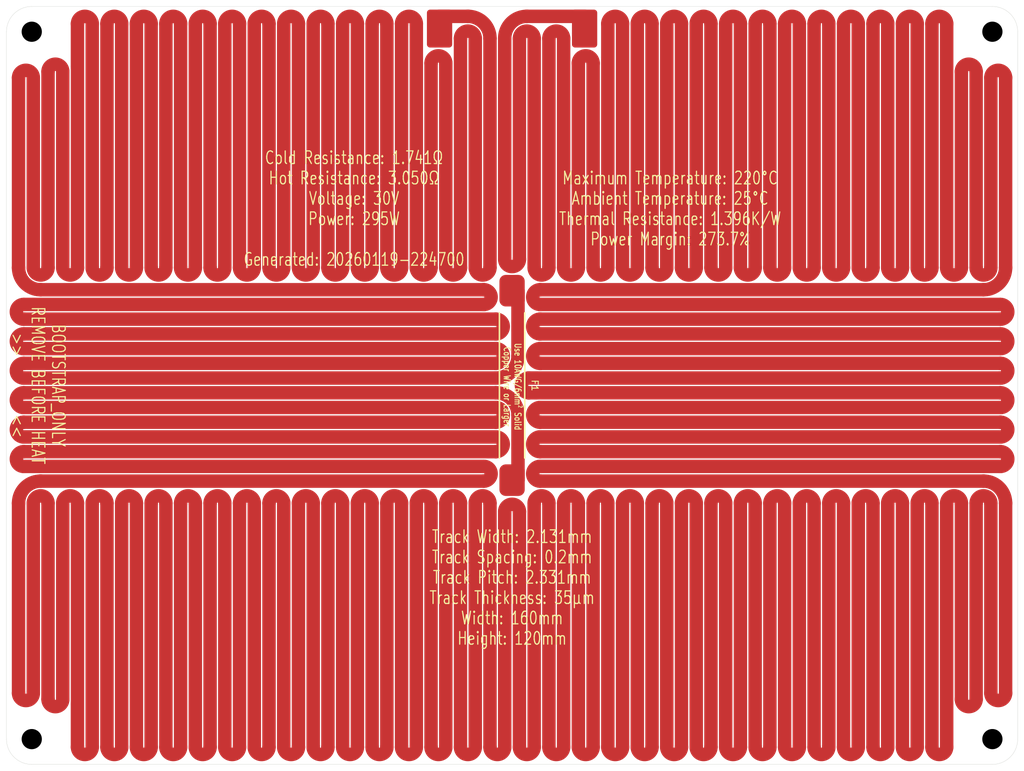
<source format=kicad_pcb>
(kicad_pcb (version 20241229) (generator "pcbnew") (generator_version "9.0")
  (layers (0 "F.Cu" signal) (2 "B.Cu" signal) (13 "F.Paste" user) (15 "B.Paste" user) (5 "F.SilkS" user "F.Silkscreen") (7 "B.SilkS" user "B.Silkscreen") (1 "F.Mask" user) (3 "B.Mask" user) (25 "Edge.Cuts" user))
  (net 0 "")
  (net 1 "Net-(J2-Pin_1)")
  (net 2 "Net-(J1-Pin_1)")
  (footprint "blg:MountingHole_3.2mm_M3_NoPad_TopLarge" (layer "F.Cu") (at 181 49)
    (property "Reference" "REF**" (hide yes))
    (property "Value" "MountingHole_3.2mm_M3_NoPad_TopLarge" (hide yes))
    (pad "" np_thru_hole circle (at 0 0) (size 7.6 7.6) (drill 3.2) (layers))
  )
  (footprint "blg:SMD_PowerConnection_4x6mm" (layer "F.Cu") (at 116.473999 48.5 -90)
    (property "Reference" "J2" (hide yes))
    (property "Value" "Hotplate_Power_Connection" (hide yes))
    (pad "1" smd roundrect (at 0 0 270) (size 6 4) (layers "F.Cu" "F.Mask" "F.Paste") (roundrect_rratio 0.125) (net 1 "Net-(J2-Pin_1)"))
  )
  (footprint "blg:MountingHole_3.2mm_M3_NoPad_TopLarge" (layer "F.Cu") (at 29 161)
    (property "Reference" "REF**" (hide yes))
    (property "Value" "MountingHole_3.2mm_M3_NoPad_TopLarge" (hide yes))
    (pad "" np_thru_hole circle (at 0 0) (size 7.6 7.6) (drill 3.2) (layers))
  )
  (footprint "blg:MountingHole_3.2mm_M3_NoPad_TopLarge" (layer "F.Cu") (at 181 161)
    (property "Reference" "REF**" (hide yes))
    (property "Value" "MountingHole_3.2mm_M3_NoPad_TopLarge" (hide yes))
    (pad "" np_thru_hole circle (at 0 0) (size 7.6 7.6) (drill 3.2) (layers))
  )
  (footprint "blg:SMD_PowerConnection_4x6mm" (layer "F.Cu") (at 93.526 48.5 -90)
    (property "Reference" "J1" (hide yes))
    (property "Value" "Hotplate_Power_Connection" (hide yes))
    (pad "1" smd roundrect (at 0 0 270) (size 6 4) (layers "F.Cu" "F.Mask" "F.Paste") (roundrect_rratio 0.125) (net 2 "Net-(J1-Pin_1)"))
  )
  (footprint "blg:Thermal Fuse, SN100C, Front, 35mm" (layer "F.Cu") (at 105 105 -90)
    (property "Reference" "F1" (at 0 -3.6 270) (layer "F.SilkS"))
    (property "Value" "~")
    (fp_line (start -11.5 2) (end 11.5 2) (stroke (width 0.25)) (layer "F.SilkS"))
    (fp_line (start -11.5 -2) (end 11.5 -2) (stroke (width 0.25)) (layer "F.SilkS"))
    (fp_text user "Use 10AWG/6mm  Solid" (at 0.2 -0.9 270) (layer "F.SilkS") (effects (font (size 1 0.75))))
    (fp_text user "2" (at 3.35 -1.3 270) (layer "F.SilkS") (effects (font (size 0.6 0.4) (thickness 0.1))))
    (fp_text user "Copper Wire or Larger" (at 0.2 0.8 270) (layer "F.SilkS") (effects (font (size 1 0.75))))
    (pad "1" smd roundrect (at -15 0 270) (size 5 4) (layers "F.Cu" "F.Mask") (net 2 "Net-(J1-Pin_1)"))
    (pad "2" smd roundrect (at 15 0 270) (size 5 4) (layers "F.Cu" "F.Mask") (net 1 "Net-(J2-Pin_1)"))
  )
  (footprint "blg:MountingHole_3.2mm_M3_NoPad_TopLarge" (layer "F.Cu") (at 29 49)
    (property "Reference" "REF**" (hide yes))
    (property "Value" "MountingHole_3.2mm_M3_NoPad_TopLarge" (hide yes))
    (pad "" np_thru_hole circle (at 0 0) (size 7.6 7.6) (drill 3.2) (layers))
  )
  (gr_arc (start 25 49) (mid 26.171573 46.171573) (end 29 45) (stroke (width 0.05)) (layer "Edge.Cuts"))
  (gr_line (start 185 49) (end 185 161) (stroke (width 0.05)) (layer "Edge.Cuts"))
  (gr_arc (start 29 165) (mid 26.171573 163.828427) (end 25 161) (stroke (width 0.05)) (layer "Edge.Cuts"))
  (gr_line (start 29 165) (end 181 165) (stroke (width 0.05)) (layer "Edge.Cuts"))
  (gr_line (start 25 49) (end 25 161) (stroke (width 0.05)) (layer "Edge.Cuts"))
  (gr_arc (start 185 161) (mid 183.828427 163.828427) (end 181 165) (stroke (width 0.05)) (layer "Edge.Cuts"))
  (gr_arc (start 181 45) (mid 183.828427 46.171573) (end 185 49) (stroke (width 0.05)) (layer "Edge.Cuts"))
  (gr_line (start 29 45) (end 181 45) (stroke (width 0.05)) (layer "Edge.Cuts"))
  (gr_text "Track Width: 2.131mm\nTrack Spacing: 0.2mm\nTrack Pitch: 2.331mm\nTrack Thickness: 35µm\nWidth: 160mm\nHeight: 120mm" (at 105 137 0) (layer "F.SilkS") (effects (font (size 2 1.5) (thickness 0.1875))))
  (gr_text "Maximum Temperature: 220°C\nAmbient Temperature: 25°C\nThermal Resistance: 1.396K/W\nPower Margin: 273.7%" (at 130 77 0) (layer "F.SilkS") (effects (font (size 2 1.5) (thickness 0.1875))))
  (gr_text "BOOTSTRAP_ONLY\nREMOVE BEFORE HEAT\n>>        <<" (at 25.6 105 270) (layer "F.SilkS") (effects (font (size 2 1.5) (thickness 0.1875)) (justify bottom)))
  (gr_text "Cold Resistance: 1.741Ω\nHot Resistance: 3.050Ω\nVoltage: 30V\nPower: 295W\n\nGenerated: 20260119-224700" (at 80 77 0) (layer "F.SilkS") (effects (font (size 2 1.5) (thickness 0.1875))))
  (segment (start 71.2005 123.648) (end 71.2005 162.269) (width 2.131) (layer "F.Cu") (net 1))
  (segment (start 107.650274 106.1655) (end 182.268999 106.1655) (width 2.131) (layer "F.Cu") (net 1))
  (segment (start 169.1025 47.730999) (end 169.1025 86.352) (width 2.131) (layer "F.Cu") (net 1))
  (segment (start 129.475499 86.352) (end 129.475499 47.730999) (width 2.131) (layer "F.Cu") (net 1))
  (segment (start 120.1515 86.352) (end 120.1515 47.730999) (width 2.131) (layer "F.Cu") (net 1))
  (segment (start 180.7575 153.727336) (end 180.7575 123.648) (width 2.131) (layer "F.Cu") (net 1))
  (segment (start 106.1655 85.018999) (end 106.1655 50.062) (width 2.131) (layer "F.Cu") (net 1))
  (segment (start 131.8065 123.648) (end 131.8065 162.269) (width 2.131) (layer "F.Cu") (net 1))
  (segment (start 182.268999 99.1725) (end 109.431 99.1725) (width 2.131) (layer "F.Cu") (net 1))
  (segment (start 109.431 110.8275) (end 182.268999 110.8275) (width 2.131) (layer "F.Cu") (net 1))
  (segment (start 99.1725 123.648) (end 99.1725 162.269) (width 2.131) (layer "F.Cu") (net 1))
  (segment (start 162.1095 86.352) (end 162.1095 47.730999) (width 2.131) (layer "F.Cu") (net 1))
  (segment (start 92.1795 162.269) (end 92.1795 123.648) (width 2.131) (layer "F.Cu") (net 1))
  (segment (start 152.785499 86.352) (end 152.785499 47.730999) (width 2.131) (layer "F.Cu") (net 1))
  (segment (start 169.1025 123.648) (end 169.1025 162.269) (width 2.131) (layer "F.Cu") (net 1))
  (segment (start 141.130499 123.648) (end 141.130499 162.269) (width 2.131) (layer "F.Cu") (net 1))
  (segment (start 47.890499 123.648) (end 47.890499 162.269) (width 2.131) (layer "F.Cu") (net 1))
  (segment (start 29.242499 123.648) (end 29.242499 153.727336) (width 2.131) (layer "F.Cu") (net 1))
  (segment (start 182.268999 117.8205) (end 109.431 117.8205) (width 2.131) (layer "F.Cu") (net 1))
  (segment (start 117.8205 53.980999) (end 117.8205 86.352) (width 2.131) (layer "F.Cu") (net 1))
  (segment (start 127.1445 123.648) (end 127.1445 162.269) (width 2.131) (layer "F.Cu") (net 1))
  (segment (start 138.7995 86.352) (end 138.7995 47.730999) (width 2.131) (layer "F.Cu") (net 1))
  (segment (start 178.426499 123.648) (end 178.426499 154.694174) (width 2.131) (layer "F.Cu") (net 1))
  (segment (start 178.426499 55.305825) (end 178.426499 86.352) (width 2.131) (layer "F.Cu") (net 1))
  (segment (start 182.268999 108.4965) (end 109.431 108.4965) (width 2.131) (layer "F.Cu") (net 1))
  (segment (start 101.5035 162.269) (end 101.5035 123.648) (width 2.131) (layer "F.Cu") (net 1))
  (segment (start 117.8205 123.648) (end 117.8205 162.269) (width 2.131) (layer "F.Cu") (net 1))
  (segment (start 61.876499 123.648) (end 61.876499 162.269) (width 2.131) (layer "F.Cu") (net 1))
  (segment (start 164.4405 123.648) (end 164.4405 162.269) (width 2.131) (layer "F.Cu") (net 1))
  (segment (start 171.433499 86.352) (end 171.433499 47.730999) (width 2.131) (layer "F.Cu") (net 1))
  (segment (start 103.834499 124.981) (end 103.834499 162.269) (width 2.131) (layer "F.Cu") (net 1))
  (segment (start 43.2285 123.648) (end 43.2285 162.269) (width 2.131) (layer "F.Cu") (net 1))
  (segment (start 129.475499 162.269) (end 129.475499 123.648) (width 2.131) (layer "F.Cu") (net 1))
  (segment (start 157.4475 162.269) (end 157.4475 123.648) (width 2.131) (layer "F.Cu") (net 1))
  (segment (start 182.268999 113.158499) (end 109.431 113.158499) (width 2.131) (layer "F.Cu") (net 1))
  (segment (start 138.7995 162.269) (end 138.7995 123.648) (width 2.131) (layer "F.Cu") (net 1))
  (segment (start 127.1445 47.730999) (end 127.1445 86.352) (width 2.131) (layer "F.Cu") (net 1))
  (segment (start 103.834499 50.062) (end 103.834499 85.018999) (width 2.131) (layer "F.Cu") (net 1))
  (segment (start 78.1935 162.269) (end 78.1935 123.648) (width 2.131) (layer "F.Cu") (net 1))
  (segment (start 134.137499 86.352) (end 134.137499 47.730999) (width 2.131) (layer "F.Cu") (net 1))
  (segment (start 150.4545 47.730999) (end 150.4545 86.352) (width 2.131) (layer "F.Cu") (net 1))
  (segment (start 166.7715 162.269) (end 166.7715 123.648) (width 2.131) (layer "F.Cu") (net 1))
  (segment (start 89.8485 123.648) (end 89.8485 162.269) (width 2.131) (layer "F.Cu") (net 1))
  (segment (start 157.4475 86.352) (end 157.4475 47.730999) (width 2.131) (layer "F.Cu") (net 1))
  (segment (start 116.473999 46.565499) (end 107.330999 46.565499) (width 2.131) (layer "F.Cu") (net 1))
  (segment (start 102.438 108.4965) (end 27.730999 108.4965) (width 2.131) (layer "F.Cu") (net 1))
  (segment (start 27.730999 110.8275) (end 102.438 110.8275) (width 2.131) (layer "F.Cu") (net 1))
  (segment (start 148.123499 162.269) (end 148.123499 123.648) (width 2.131) (layer "F.Cu") (net 1))
  (segment (start 109.431 96.8415) (end 182.268999 96.8415) (width 2.131) (layer "F.Cu") (net 1))
  (segment (start 110.8275 162.269) (end 110.8275 123.648) (width 2.131) (layer "F.Cu") (net 1))
  (segment (start 183.088499 123.648) (end 183.088499 153.727336) (width 2.131) (layer "F.Cu") (net 1))
  (segment (start 159.778499 47.730999) (end 159.778499 86.352) (width 2.131) (layer "F.Cu") (net 1))
  (segment (start 54.8835 162.269) (end 54.8835 123.648) (width 2.131) (layer "F.Cu") (net 1))
  (segment (start 26.911499 153.727336) (end 26.911499 123.648) (width 2.131) (layer "F.Cu") (net 1))
  (segment (start 164.4405 47.730999) (end 164.4405 86.352) (width 2.131) (layer "F.Cu") (net 1))
  (segment (start 155.1165 47.730999) (end 155.1165 86.352) (width 2.131) (layer "F.Cu") (net 1))
  (segment (start 94.5105 123.648) (end 94.5105 162.269) (width 2.131) (layer "F.Cu") (net 1))
  (segment (start 122.482499 47.730999) (end 122.482499 86.352) (width 2.131) (layer "F.Cu") (net 1))
  (segment (start 115.489499 162.269) (end 115.489499 123.648) (width 2.131) (layer "F.Cu") (net 1))
  (segment (start 33.9045 123.648) (end 33.9045 154.694174) (width 2.131) (layer "F.Cu") (net 1))
  (segment (start 30.407999 120.1515) (end 100.518999 120.1515) (width 2.131) (layer "F.Cu") (net 1))
  (segment (start 64.207499 162.269) (end 64.207499 123.648) (width 2.131) (layer "F.Cu") (net 1))
  (segment (start 87.5175 162.269) (end 87.5175 123.648) (width 2.131) (layer "F.Cu") (net 1))
  (segment (start 141.130499 47.730999) (end 141.130499 86.352) (width 2.131) (layer "F.Cu") (net 1))
  (segment (start 96.8415 162.269) (end 96.8415 123.648) (width 2.131) (layer "F.Cu") (net 1))
  (segment (start 82.855499 162.269) (end 82.855499 123.648) (width 2.131) (layer "F.Cu") (net 1))
  (segment (start 176.0955 154.694174) (end 176.0955 123.648) (width 2.131) (layer "F.Cu") (net 1))
  (segment (start 176.0955 86.352) (end 176.0955 55.305825) (width 2.131) (layer "F.Cu") (net 1))
  (segment (start 27.730999 115.489499) (end 102.438 115.489499) (width 2.131) (layer "F.Cu") (net 1))
  (segment (start 134.137499 162.269) (end 134.137499 123.648) (width 2.131) (layer "F.Cu") (net 1))
  (segment (start 131.8065 47.730999) (end 131.8065 86.352) (width 2.131) (layer "F.Cu") (net 1))
  (segment (start 145.7925 123.648) (end 145.7925 162.269) (width 2.131) (layer "F.Cu") (net 1))
  (segment (start 173.7645 47.730999) (end 173.7645 86.352) (width 2.131) (layer "F.Cu") (net 1))
  (segment (start 115.489499 86.352) (end 115.489499 53.980999) (width 2.131) (layer "F.Cu") (net 1))
  (segment (start 102.438 113.158499) (end 27.730999 113.158499) (width 2.131) (layer "F.Cu") (net 1))
  (segment (start 105.9345 120) (end 105.9345 109.661999) (width 2.131) (layer "F.Cu") (net 1))
  (segment (start 59.5455 162.269) (end 59.5455 123.648) (width 2.131) (layer "F.Cu") (net 1))
  (segment (start 159.778499 123.648) (end 159.778499 162.269) (width 2.131) (layer "F.Cu") (net 1))
  (segment (start 75.8625 123.648) (end 75.8625 162.269) (width 2.131) (layer "F.Cu") (net 1))
  (segment (start 27.730999 106.1655) (end 102.438 106.1655) (width 2.131) (layer "F.Cu") (net 1))
  (segment (start 113.158499 123.648) (end 113.158499 162.269) (width 2.131) (layer "F.Cu") (net 1))
  (segment (start 45.559499 162.269) (end 45.559499 123.648) (width 2.131) (layer "F.Cu") (net 1))
  (segment (start 85.1865 123.648) (end 85.1865 162.269) (width 2.131) (layer "F.Cu") (net 1))
  (segment (start 122.482499 123.648) (end 122.482499 162.269) (width 2.131) (layer "F.Cu") (net 1))
  (segment (start 183.088499 56.272663) (end 183.088499 86.352) (width 2.131) (layer "F.Cu") (net 1))
  (segment (start 148.123499 86.352) (end 148.123499 47.730999) (width 2.131) (layer "F.Cu") (net 1))
  (segment (start 162.1095 162.269) (end 162.1095 123.648) (width 2.131) (layer "F.Cu") (net 1))
  (segment (start 109.431 115.489499) (end 182.268999 115.489499) (width 2.131) (layer "F.Cu") (net 1))
  (segment (start 40.897499 162.269) (end 40.897499 123.648) (width 2.131) (layer "F.Cu") (net 1))
  (segment (start 109.431 120.1515) (end 179.592 120.1515) (width 2.131) (layer "F.Cu") (net 1))
  (segment (start 136.4685 123.648) (end 136.4685 162.269) (width 2.131) (layer "F.Cu") (net 1))
  (segment (start 80.5245 123.648) (end 80.5245 162.269) (width 2.131) (layer "F.Cu") (net 1))
  (segment (start 108.4965 123.648) (end 108.4965 162.269) (width 2.131) (layer "F.Cu") (net 1))
  (segment (start 109.431 101.5035) (end 182.268999 101.5035) (width 2.131) (layer "F.Cu") (net 1))
  (segment (start 171.433499 162.269) (end 171.433499 123.648) (width 2.131) (layer "F.Cu") (net 1))
  (segment (start 173.7645 123.648) (end 173.7645 162.269) (width 2.131) (layer "F.Cu") (net 1))
  (segment (start 120.1515 162.269) (end 120.1515 123.648) (width 2.131) (layer "F.Cu") (net 1))
  (segment (start 73.5315 162.269) (end 73.5315 123.648) (width 2.131) (layer "F.Cu") (net 1))
  (segment (start 31.573499 154.694174) (end 31.573499 123.648) (width 2.131) (layer "F.Cu") (net 1))
  (segment (start 152.785499 162.269) (end 152.785499 123.648) (width 2.131) (layer "F.Cu") (net 1))
  (segment (start 110.8275 86.352) (end 110.8275 50.062) (width 2.131) (layer "F.Cu") (net 1))
  (segment (start 124.813499 162.269) (end 124.813499 123.648) (width 2.131) (layer "F.Cu") (net 1))
  (segment (start 52.552499 123.648) (end 52.552499 162.269) (width 2.131) (layer "F.Cu") (net 1))
  (segment (start 182.268999 94.5105) (end 109.431 94.5105) (width 2.131) (layer "F.Cu") (net 1))
  (segment (start 36.235499 162.269) (end 36.235499 123.648) (width 2.131) (layer "F.Cu") (net 1))
  (segment (start 182.268999 103.834499) (end 107.650274 103.834499) (width 2.131) (layer "F.Cu") (net 1))
  (segment (start 50.221499 162.269) (end 50.221499 123.648) (width 2.131) (layer "F.Cu") (net 1))
  (segment (start 155.1165 123.648) (end 155.1165 162.269) (width 2.131) (layer "F.Cu") (net 1))
  (segment (start 100.518999 117.8205) (end 27.730999 117.8205) (width 2.131) (layer "F.Cu") (net 1))
  (segment (start 136.4685 47.730999) (end 136.4685 86.352) (width 2.131) (layer "F.Cu") (net 1))
  (segment (start 145.7925 47.730999) (end 145.7925 86.352) (width 2.131) (layer "F.Cu") (net 1))
  (segment (start 113.158499 50.062) (end 113.158499 86.352) (width 2.131) (layer "F.Cu") (net 1))
  (segment (start 150.4545 123.648) (end 150.4545 162.269) (width 2.131) (layer "F.Cu") (net 1))
  (segment (start 143.4615 86.352) (end 143.4615 47.730999) (width 2.131) (layer "F.Cu") (net 1))
  (segment (start 166.7715 86.352) (end 166.7715 47.730999) (width 2.131) (layer "F.Cu") (net 1))
  (segment (start 179.592 89.8485) (end 109.431 89.8485) (width 2.131) (layer "F.Cu") (net 1))
  (segment (start 38.5665 123.648) (end 38.5665 162.269) (width 2.131) (layer "F.Cu") (net 1))
  (segment (start 66.5385 123.648) (end 66.5385 162.269) (width 2.131) (layer "F.Cu") (net 1))
  (segment (start 143.4615 162.269) (end 143.4615 123.648) (width 2.131) (layer "F.Cu") (net 1))
  (segment (start 180.7575 86.352) (end 180.7575 56.272663) (width 2.131) (layer "F.Cu") (net 1))
  (segment (start 68.8695 162.269) (end 68.8695 123.648) (width 2.131) (layer "F.Cu") (net 1))
  (segment (start 57.214499 123.648) (end 57.214499 162.269) (width 2.131) (layer "F.Cu") (net 1))
  (segment (start 109.431 92.1795) (end 182.268999 92.1795) (width 2.131) (layer "F.Cu") (net 1))
  (segment (start 124.813499 86.352) (end 124.813499 47.730999) (width 2.131) (layer "F.Cu") (net 1))
  (segment (start 106.1655 162.269) (end 106.1655 124.981) (width 2.131) (layer "F.Cu") (net 1))
  (segment (start 108.4965 50.062) (end 108.4965 86.352) (width 2.131) (layer "F.Cu") (net 1))
  (arc (start 131.8065 162.269) (mid 130.641 163.4345) (end 129.475499 162.269) (width 2.131) (layer "F.Cu") (net 1))
  (arc (start 50.221499 123.648) (mid 49.056 122.482499) (end 47.890499 123.648) (width 2.131) (layer "F.Cu") (net 1))
  (arc (start 94.5105 162.269) (mid 93.345 163.4345) (end 92.1795 162.269) (width 2.131) (layer "F.Cu") (net 1))
  (arc (start 180.7575 123.648) (mid 179.592 122.482499) (end 178.426499 123.648) (width 2.131) (layer "F.Cu") (net 1))
  (arc (start 141.130499 162.269) (mid 139.965 163.4345) (end 138.7995 162.269) (width 2.131) (layer "F.Cu") (net 1))
  (arc (start 64.207499 123.648) (mid 63.042 122.482499) (end 61.876499 123.648) (width 2.131) (layer "F.Cu") (net 1))
  (arc (start 155.1165 86.352) (mid 156.282 87.5175) (end 157.4475 86.352) (width 2.131) (layer "F.Cu") (net 1))
  (arc (start 29.242499 153.727336) (mid 28.077 154.892836) (end 26.911499 153.727336) (width 2.131) (layer "F.Cu") (net 1))
  (arc (start 141.130499 86.352) (mid 142.296 87.5175) (end 143.4615 86.352) (width 2.131) (layer "F.Cu") (net 1))
  (arc (start 103.834499 50.062) (mid 104.858601 47.589601) (end 107.330999 46.565499) (width 2.131) (layer "F.Cu") (net 1))
  (arc (start 178.426499 86.352) (mid 179.592 87.5175) (end 180.7575 86.352) (width 2.131) (layer "F.Cu") (net 1))
  (arc (start 40.897499 123.648) (mid 39.732 122.482499) (end 38.5665 123.648) (width 2.131) (layer "F.Cu") (net 1))
  (arc (start 124.813499 47.730999) (mid 125.979 46.565499) (end 127.1445 47.730999) (width 2.131) (layer "F.Cu") (net 1))
  (arc (start 148.123499 123.648) (mid 146.958 122.482499) (end 145.7925 123.648) (width 2.131) (layer "F.Cu") (net 1))
  (arc (start 183.088499 86.352) (mid 182.064398 88.824398) (end 179.592 89.8485) (width 2.131) (layer "F.Cu") (net 1))
  (arc (start 38.5665 162.269) (mid 37.400999 163.4345) (end 36.235499 162.269) (width 2.131) (layer "F.Cu") (net 1))
  (arc (start 100.518999 120.1515) (mid 101.6845 118.985999) (end 100.518999 117.8205) (width 2.131) (layer "F.Cu") (net 1))
  (arc (start 106.1655 124.981) (mid 105 123.8155) (end 103.834499 124.981) (width 2.131) (layer "F.Cu") (net 1))
  (arc (start 43.2285 162.269) (mid 42.062999 163.4345) (end 40.897499 162.269) (width 2.131) (layer "F.Cu") (net 1))
  (arc (start 27.730999 113.158499) (mid 26.5655 111.993) (end 27.730999 110.8275) (width 2.131) (layer "F.Cu") (net 1))
  (arc (start 102.438 110.8275) (mid 103.6035 109.661999) (end 102.438 108.4965) (width 2.131) (layer "F.Cu") (net 1))
  (arc (start 162.1095 123.648) (mid 160.944 122.482499) (end 159.778499 123.648) (width 2.131) (layer "F.Cu") (net 1))
  (arc (start 31.573499 123.648) (mid 30.407999 122.482499) (end 29.242499 123.648) (width 2.131) (layer "F.Cu") (net 1))
  (arc (start 68.8695 123.648) (mid 67.704 122.482499) (end 66.5385 123.648) (width 2.131) (layer "F.Cu") (net 1))
  (arc (start 57.214499 162.269) (mid 56.048999 163.4345) (end 54.8835 162.269) (width 2.131) (layer "F.Cu") (net 1))
  (arc (start 124.813499 123.648) (mid 123.648 122.482499) (end 122.482499 123.648) (width 2.131) (layer "F.Cu") (net 1))
  (arc (start 109.431 99.1725) (mid 108.2655 100.338) (end 109.431 101.5035) (width 2.131) (layer "F.Cu") (net 1))
  (arc (start 182.268999 106.1655) (mid 183.4345 107.330999) (end 182.268999 108.4965) (width 2.131) (layer "F.Cu") (net 1))
  (arc (start 152.785499 123.648) (mid 151.62 122.482499) (end 150.4545 123.648) (width 2.131) (layer "F.Cu") (net 1))
  (arc (start 59.5455 123.648) (mid 58.379999 122.482499) (end 57.214499 123.648) (width 2.131) (layer "F.Cu") (net 1))
  (arc (start 66.5385 162.269) (mid 65.373 163.4345) (end 64.207499 162.269) (width 2.131) (layer "F.Cu") (net 1))
  (arc (start 109.431 108.4965) (mid 108.2655 109.661999) (end 109.431 110.8275) (width 2.131) (layer "F.Cu") (net 1))
  (arc (start 155.1165 162.269) (mid 153.951 163.4345) (end 152.785499 162.269) (width 2.131) (layer "F.Cu") (net 1))
  (arc (start 103.834499 162.269) (mid 102.669 163.4345) (end 101.5035 162.269) (width 2.131) (layer "F.Cu") (net 1))
  (arc (start 102.438 106.1655) (mid 104.910398 107.189601) (end 105.9345 109.661999) (width 2.131) (layer "F.Cu") (net 1))
  (arc (start 134.137499 123.648) (mid 132.972 122.482499) (end 131.8065 123.648) (width 2.131) (layer "F.Cu") (net 1))
  (arc (start 171.433499 47.730999) (mid 172.599 46.565499) (end 173.7645 47.730999) (width 2.131) (layer "F.Cu") (net 1))
  (arc (start 162.1095 47.730999) (mid 163.275 46.565499) (end 164.4405 47.730999) (width 2.131) (layer "F.Cu") (net 1))
  (arc (start 169.1025 86.352) (mid 170.268 87.5175) (end 171.433499 86.352) (width 2.131) (layer "F.Cu") (net 1))
  (arc (start 54.8835 123.648) (mid 53.718 122.482499) (end 52.552499 123.648) (width 2.131) (layer "F.Cu") (net 1))
  (arc (start 150.4545 86.352) (mid 151.62 87.5175) (end 152.785499 86.352) (width 2.131) (layer "F.Cu") (net 1))
  (arc (start 87.5175 123.648) (mid 86.352 122.482499) (end 85.1865 123.648) (width 2.131) (layer "F.Cu") (net 1))
  (arc (start 108.4965 86.352) (mid 109.661999 87.5175) (end 110.8275 86.352) (width 2.131) (layer "F.Cu") (net 1))
  (arc (start 179.592 120.1515) (mid 182.064398 121.175601) (end 183.088499 123.648) (width 2.131) (layer "F.Cu") (net 1))
  (arc (start 109.431 113.158499) (mid 108.2655 114.324) (end 109.431 115.489499) (width 2.131) (layer "F.Cu") (net 1))
  (arc (start 109.431 89.8485) (mid 108.2655 91.014) (end 109.431 92.1795) (width 2.131) (layer "F.Cu") (net 1))
  (arc (start 117.8205 162.269) (mid 116.655 163.4345) (end 115.489499 162.269) (width 2.131) (layer "F.Cu") (net 1))
  (arc (start 109.431 94.5105) (mid 108.2655 95.676) (end 109.431 96.8415) (width 2.131) (layer "F.Cu") (net 1))
  (arc (start 61.876499 162.269) (mid 60.710999 163.4345) (end 59.5455 162.269) (width 2.131) (layer "F.Cu") (net 1))
  (arc (start 143.4615 123.648) (mid 142.296 122.482499) (end 141.130499 123.648) (width 2.131) (layer "F.Cu") (net 1))
  (arc (start 113.158499 162.269) (mid 111.993 163.4345) (end 110.8275 162.269) (width 2.131) (layer "F.Cu") (net 1))
  (arc (start 148.123499 47.730999) (mid 149.289 46.565499) (end 150.4545 47.730999) (width 2.131) (layer "F.Cu") (net 1))
  (arc (start 164.4405 162.269) (mid 163.275 163.4345) (end 162.1095 162.269) (width 2.131) (layer "F.Cu") (net 1))
  (arc (start 27.730999 117.8205) (mid 26.5655 116.655) (end 27.730999 115.489499) (width 2.131) (layer "F.Cu") (net 1))
  (arc (start 171.433499 123.648) (mid 170.268 122.482499) (end 169.1025 123.648) (width 2.131) (layer "F.Cu") (net 1))
  (arc (start 157.4475 123.648) (mid 156.282 122.482499) (end 155.1165 123.648) (width 2.131) (layer "F.Cu") (net 1))
  (arc (start 127.1445 162.269) (mid 125.979 163.4345) (end 124.813499 162.269) (width 2.131) (layer "F.Cu") (net 1))
  (arc (start 36.235499 123.648) (mid 35.07 122.482499) (end 33.9045 123.648) (width 2.131) (layer "F.Cu") (net 1))
  (arc (start 120.1515 123.648) (mid 118.985999 122.482499) (end 117.8205 123.648) (width 2.131) (layer "F.Cu") (net 1))
  (arc (start 120.1515 47.730999) (mid 121.317 46.565499) (end 122.482499 47.730999) (width 2.131) (layer "F.Cu") (net 1))
  (arc (start 117.8205 86.352) (mid 118.985999 87.5175) (end 120.1515 86.352) (width 2.131) (layer "F.Cu") (net 1))
  (arc (start 89.8485 162.269) (mid 88.683 163.4345) (end 87.5175 162.269) (width 2.131) (layer "F.Cu") (net 1))
  (arc (start 173.7645 162.269) (mid 172.599 163.4345) (end 171.433499 162.269) (width 2.131) (layer "F.Cu") (net 1))
  (arc (start 136.4685 86.352) (mid 137.634 87.5175) (end 138.7995 86.352) (width 2.131) (layer "F.Cu") (net 1))
  (arc (start 80.5245 162.269) (mid 79.359 163.4345) (end 78.1935 162.269) (width 2.131) (layer "F.Cu") (net 1))
  (arc (start 27.730999 108.4965) (mid 26.5655 107.330999) (end 27.730999 106.1655) (width 2.131) (layer "F.Cu") (net 1))
  (arc (start 73.5315 123.648) (mid 72.366 122.482499) (end 71.2005 123.648) (width 2.131) (layer "F.Cu") (net 1))
  (arc (start 143.4615 47.730999) (mid 144.627 46.565499) (end 145.7925 47.730999) (width 2.131) (layer "F.Cu") (net 1))
  (arc (start 182.268999 110.8275) (mid 183.4345 111.993) (end 182.268999 113.158499) (width 2.131) (layer "F.Cu") (net 1))
  (arc (start 180.7575 56.272663) (mid 181.923 55.107163) (end 183.088499 56.272663) (width 2.131) (layer "F.Cu") (net 1))
  (arc (start 138.7995 123.648) (mid 137.634 122.482499) (end 136.4685 123.648) (width 2.131) (layer "F.Cu") (net 1))
  (arc (start 136.4685 162.269) (mid 135.303 163.4345) (end 134.137499 162.269) (width 2.131) (layer "F.Cu") (net 1))
  (arc (start 115.489499 123.648) (mid 114.324 122.482499) (end 113.158499 123.648) (width 2.131) (layer "F.Cu") (net 1))
  (arc (start 182.268999 101.5035) (mid 183.4345 102.669) (end 182.268999 103.834499) (width 2.131) (layer "F.Cu") (net 1))
  (arc (start 45.559499 123.648) (mid 44.394 122.482499) (end 43.2285 123.648) (width 2.131) (layer "F.Cu") (net 1))
  (arc (start 71.2005 162.269) (mid 70.035 163.4345) (end 68.8695 162.269) (width 2.131) (layer "F.Cu") (net 1))
  (arc (start 110.8275 50.062) (mid 111.993 48.896499) (end 113.158499 50.062) (width 2.131) (layer "F.Cu") (net 1))
  (arc (start 110.8275 123.648) (mid 109.661999 122.482499) (end 108.4965 123.648) (width 2.131) (layer "F.Cu") (net 1))
  (arc (start 178.426499 154.694174) (mid 177.261 155.859674) (end 176.0955 154.694174) (width 2.131) (layer "F.Cu") (net 1))
  (arc (start 152.785499 47.730999) (mid 153.951 46.565499) (end 155.1165 47.730999) (width 2.131) (layer "F.Cu") (net 1))
  (arc (start 176.0955 123.648) (mid 174.93 122.482499) (end 173.7645 123.648) (width 2.131) (layer "F.Cu") (net 1))
  (arc (start 33.9045 154.694174) (mid 32.738999 155.859674) (end 31.573499 154.694174) (width 2.131) (layer "F.Cu") (net 1))
  (arc (start 75.8625 162.269) (mid 74.697 163.4345) (end 73.5315 162.269) (width 2.131) (layer "F.Cu") (net 1))
  (arc (start 102.438 115.489499) (mid 103.6035 114.324) (end 102.438 113.158499) (width 2.131) (layer "F.Cu") (net 1))
  (arc (start 169.1025 162.269) (mid 167.937 163.4345) (end 166.7715 162.269) (width 2.131) (layer "F.Cu") (net 1))
  (arc (start 166.7715 47.730999) (mid 167.937 46.565499) (end 169.1025 47.730999) (width 2.131) (layer "F.Cu") (net 1))
  (arc (start 176.0955 55.305825) (mid 177.261 54.140325) (end 178.426499 55.305825) (width 2.131) (layer "F.Cu") (net 1))
  (arc (start 122.482499 162.269) (mid 121.317 163.4345) (end 120.1515 162.269) (width 2.131) (layer "F.Cu") (net 1))
  (arc (start 103.834499 85.018999) (mid 105 86.1845) (end 106.1655 85.018999) (width 2.131) (layer "F.Cu") (net 1))
  (arc (start 92.1795 123.648) (mid 91.014 122.482499) (end 89.8485 123.648) (width 2.131) (layer "F.Cu") (net 1))
  (arc (start 78.1935 123.648) (mid 77.028 122.482499) (end 75.8625 123.648) (width 2.131) (layer "F.Cu") (net 1))
  (arc (start 173.7645 86.352) (mid 174.93 87.5175) (end 176.0955 86.352) (width 2.131) (layer "F.Cu") (net 1))
  (arc (start 131.8065 86.352) (mid 132.972 87.5175) (end 134.137499 86.352) (width 2.131) (layer "F.Cu") (net 1))
  (arc (start 134.137499 47.730999) (mid 135.303 46.565499) (end 136.4685 47.730999) (width 2.131) (layer "F.Cu") (net 1))
  (arc (start 182.268999 96.8415) (mid 183.4345 98.006999) (end 182.268999 99.1725) (width 2.131) (layer "F.Cu") (net 1))
  (arc (start 182.268999 115.489499) (mid 183.4345 116.655) (end 182.268999 117.8205) (width 2.131) (layer "F.Cu") (net 1))
  (arc (start 138.7995 47.730999) (mid 139.965 46.565499) (end 141.130499 47.730999) (width 2.131) (layer "F.Cu") (net 1))
  (arc (start 145.7925 162.269) (mid 144.627 163.4345) (end 143.4615 162.269) (width 2.131) (layer "F.Cu") (net 1))
  (arc (start 127.1445 86.352) (mid 128.31 87.5175) (end 129.475499 86.352) (width 2.131) (layer "F.Cu") (net 1))
  (arc (start 96.8415 123.648) (mid 95.676 122.482499) (end 94.5105 123.648) (width 2.131) (layer "F.Cu") (net 1))
  (arc (start 52.552499 162.269) (mid 51.386999 163.4345) (end 50.221499 162.269) (width 2.131) (layer "F.Cu") (net 1))
  (arc (start 115.489499 53.980999) (mid 116.655 52.815499) (end 117.8205 53.980999) (width 2.131) (layer "F.Cu") (net 1))
  (arc (start 107.650274 103.834499) (mid 106.484774 105) (end 107.650274 106.1655) (width 2.131) (layer "F.Cu") (net 1))
  (arc (start 99.1725 162.269) (mid 98.006999 163.4345) (end 96.8415 162.269) (width 2.131) (layer "F.Cu") (net 1))
  (arc (start 159.778499 162.269) (mid 158.613 163.4345) (end 157.4475 162.269) (width 2.131) (layer "F.Cu") (net 1))
  (arc (start 129.475499 47.730999) (mid 130.641 46.565499) (end 131.8065 47.730999) (width 2.131) (layer "F.Cu") (net 1))
  (arc (start 26.911499 123.648) (mid 27.935601 121.175601) (end 30.407999 120.1515) (width 2.131) (layer "F.Cu") (net 1))
  (arc (start 109.431 117.8205) (mid 108.2655 118.985999) (end 109.431 120.1515) (width 2.131) (layer "F.Cu") (net 1))
  (arc (start 108.4965 162.269) (mid 107.330999 163.4345) (end 106.1655 162.269) (width 2.131) (layer "F.Cu") (net 1))
  (arc (start 85.1865 162.269) (mid 84.021 163.4345) (end 82.855499 162.269) (width 2.131) (layer "F.Cu") (net 1))
  (arc (start 106.1655 50.062) (mid 107.330999 48.896499) (end 108.4965 50.062) (width 2.131) (layer "F.Cu") (net 1))
  (arc (start 182.268999 92.1795) (mid 183.4345 93.345) (end 182.268999 94.5105) (width 2.131) (layer "F.Cu") (net 1))
  (arc (start 113.158499 86.352) (mid 114.324 87.5175) (end 115.489499 86.352) (width 2.131) (layer "F.Cu") (net 1))
  (arc (start 183.088499 153.727336) (mid 181.923 154.892836) (end 180.7575 153.727336) (width 2.131) (layer "F.Cu") (net 1))
  (arc (start 82.855499 123.648) (mid 81.69 122.482499) (end 80.5245 123.648) (width 2.131) (layer "F.Cu") (net 1))
  (arc (start 150.4545 162.269) (mid 149.289 163.4345) (end 148.123499 162.269) (width 2.131) (layer "F.Cu") (net 1))
  (arc (start 145.7925 86.352) (mid 146.958 87.5175) (end 148.123499 86.352) (width 2.131) (layer "F.Cu") (net 1))
  (arc (start 157.4475 47.730999) (mid 158.613 46.565499) (end 159.778499 47.730999) (width 2.131) (layer "F.Cu") (net 1))
  (arc (start 122.482499 86.352) (mid 123.648 87.5175) (end 124.813499 86.352) (width 2.131) (layer "F.Cu") (net 1))
  (arc (start 101.5035 123.648) (mid 100.338 122.482499) (end 99.1725 123.648) (width 2.131) (layer "F.Cu") (net 1))
  (arc (start 164.4405 86.352) (mid 165.606 87.5175) (end 166.7715 86.352) (width 2.131) (layer "F.Cu") (net 1))
  (arc (start 129.475499 123.648) (mid 128.31 122.482499) (end 127.1445 123.648) (width 2.131) (layer "F.Cu") (net 1))
  (arc (start 159.778499 86.352) (mid 160.944 87.5175) (end 162.1095 86.352) (width 2.131) (layer "F.Cu") (net 1))
  (arc (start 47.890499 162.269) (mid 46.724999 163.4345) (end 45.559499 162.269) (width 2.131) (layer "F.Cu") (net 1))
  (arc (start 166.7715 123.648) (mid 165.606 122.482499) (end 164.4405 123.648) (width 2.131) (layer "F.Cu") (net 1))
  (segment (start 27.730999 103.834499) (end 102.438 103.834499) (width 2.131) (layer "F.Cu") (net 2))
  (segment (start 29.242499 86.352) (end 29.242499 56.272663) (width 2.131) (layer "F.Cu") (net 2))
  (segment (start 50.221499 47.730999) (end 50.221499 86.352) (width 2.131) (layer "F.Cu") (net 2))
  (segment (start 45.559499 47.730999) (end 45.559499 86.352) (width 2.131) (layer "F.Cu") (net 2))
  (segment (start 82.855499 47.730999) (end 82.855499 86.352) (width 2.131) (layer "F.Cu") (net 2))
  (segment (start 102.438 101.5035) (end 27.730999 101.5035) (width 2.131) (layer "F.Cu") (net 2))
  (segment (start 68.8695 47.730999) (end 68.8695 86.352) (width 2.131) (layer "F.Cu") (net 2))
  (segment (start 66.5385 86.352) (end 66.5385 47.730999) (width 2.131) (layer "F.Cu") (net 2))
  (segment (start 33.9045 86.352) (end 33.9045 55.305825) (width 2.131) (layer "F.Cu") (net 2))
  (segment (start 31.573499 55.305825) (end 31.573499 86.352) (width 2.131) (layer "F.Cu") (net 2))
  (segment (start 75.8625 86.352) (end 75.8625 47.730999) (width 2.131) (layer "F.Cu") (net 2))
  (segment (start 89.8485 86.352) (end 89.8485 47.730999) (width 2.131) (layer "F.Cu") (net 2))
  (segment (start 71.2005 86.352) (end 71.2005 47.730999) (width 2.131) (layer "F.Cu") (net 2))
  (segment (start 87.5175 47.730999) (end 87.5175 86.352) (width 2.131) (layer "F.Cu") (net 2))
  (segment (start 102.438 96.8415) (end 27.730999 96.8415) (width 2.131) (layer "F.Cu") (net 2))
  (segment (start 47.890499 86.352) (end 47.890499 47.730999) (width 2.131) (layer "F.Cu") (net 2))
  (segment (start 85.1865 86.352) (end 85.1865 47.730999) (width 2.131) (layer "F.Cu") (net 2))
  (segment (start 101.5035 50.062) (end 101.5035 86.352) (width 2.131) (layer "F.Cu") (net 2))
  (segment (start 27.730999 99.1725) (end 102.438 99.1725) (width 2.131) (layer "F.Cu") (net 2))
  (segment (start 54.8835 47.730999) (end 54.8835 86.352) (width 2.131) (layer "F.Cu") (net 2))
  (segment (start 38.5665 86.352) (end 38.5665 47.730999) (width 2.131) (layer "F.Cu") (net 2))
  (segment (start 78.1935 47.730999) (end 78.1935 86.352) (width 2.131) (layer "F.Cu") (net 2))
  (segment (start 92.1795 53.980999) (end 92.1795 86.352) (width 2.131) (layer "F.Cu") (net 2))
  (segment (start 80.5245 86.352) (end 80.5245 47.730999) (width 2.131) (layer "F.Cu") (net 2))
  (segment (start 73.5315 47.730999) (end 73.5315 86.352) (width 2.131) (layer "F.Cu") (net 2))
  (segment (start 61.876499 86.352) (end 61.876499 47.730999) (width 2.131) (layer "F.Cu") (net 2))
  (segment (start 43.2285 86.352) (end 43.2285 47.730999) (width 2.131) (layer "F.Cu") (net 2))
  (segment (start 96.8415 50.062) (end 96.8415 86.352) (width 2.131) (layer "F.Cu") (net 2))
  (segment (start 57.214499 86.352) (end 57.214499 47.730999) (width 2.131) (layer "F.Cu") (net 2))
  (segment (start 52.552499 86.352) (end 52.552499 47.730999) (width 2.131) (layer "F.Cu") (net 2))
  (segment (start 105.9345 90) (end 105.9345 100.338) (width 2.131) (layer "F.Cu") (net 2))
  (segment (start 93.526 46.565499) (end 98.006999 46.565499) (width 2.131) (layer "F.Cu") (net 2))
  (segment (start 27.730999 94.5105) (end 102.438 94.5105) (width 2.131) (layer "F.Cu") (net 2))
  (segment (start 100.518999 92.1795) (end 27.730999 92.1795) (width 2.131) (layer "F.Cu") (net 2))
  (segment (start 40.897499 47.730999) (end 40.897499 86.352) (width 2.131) (layer "F.Cu") (net 2))
  (segment (start 59.5455 47.730999) (end 59.5455 86.352) (width 2.131) (layer "F.Cu") (net 2))
  (segment (start 26.911499 56.272663) (end 26.911499 86.352) (width 2.131) (layer "F.Cu") (net 2))
  (segment (start 36.235499 47.730999) (end 36.235499 86.352) (width 2.131) (layer "F.Cu") (net 2))
  (segment (start 30.407999 89.8485) (end 100.518999 89.8485) (width 2.131) (layer "F.Cu") (net 2))
  (segment (start 99.1725 86.352) (end 99.1725 50.062) (width 2.131) (layer "F.Cu") (net 2))
  (segment (start 94.5105 86.352) (end 94.5105 53.980999) (width 2.131) (layer "F.Cu") (net 2))
  (segment (start 64.207499 47.730999) (end 64.207499 86.352) (width 2.131) (layer "F.Cu") (net 2))
  (arc (start 89.8485 47.730999) (mid 88.683 46.565499) (end 87.5175 47.730999) (width 2.131) (layer "F.Cu") (net 2))
  (arc (start 68.8695 86.352) (mid 67.704 87.5175) (end 66.5385 86.352) (width 2.131) (layer "F.Cu") (net 2))
  (arc (start 80.5245 47.730999) (mid 79.359 46.565499) (end 78.1935 47.730999) (width 2.131) (layer "F.Cu") (net 2))
  (arc (start 31.573499 86.352) (mid 30.407999 87.5175) (end 29.242499 86.352) (width 2.131) (layer "F.Cu") (net 2))
  (arc (start 59.5455 86.352) (mid 58.379999 87.5175) (end 57.214499 86.352) (width 2.131) (layer "F.Cu") (net 2))
  (arc (start 64.207499 86.352) (mid 63.042 87.5175) (end 61.876499 86.352) (width 2.131) (layer "F.Cu") (net 2))
  (arc (start 27.730999 96.8415) (mid 26.5655 98.006999) (end 27.730999 99.1725) (width 2.131) (layer "F.Cu") (net 2))
  (arc (start 105.9345 100.338) (mid 104.910398 102.810398) (end 102.438 103.834499) (width 2.131) (layer "F.Cu") (net 2))
  (arc (start 92.1795 86.352) (mid 91.014 87.5175) (end 89.8485 86.352) (width 2.131) (layer "F.Cu") (net 2))
  (arc (start 33.9045 55.305825) (mid 32.738999 54.140325) (end 31.573499 55.305825) (width 2.131) (layer "F.Cu") (net 2))
  (arc (start 102.438 99.1725) (mid 103.6035 100.338) (end 102.438 101.5035) (width 2.131) (layer "F.Cu") (net 2))
  (arc (start 78.1935 86.352) (mid 77.028 87.5175) (end 75.8625 86.352) (width 2.131) (layer "F.Cu") (net 2))
  (arc (start 99.1725 50.062) (mid 98.006999 48.896499) (end 96.8415 50.062) (width 2.131) (layer "F.Cu") (net 2))
  (arc (start 45.559499 86.352) (mid 44.394 87.5175) (end 43.2285 86.352) (width 2.131) (layer "F.Cu") (net 2))
  (arc (start 29.242499 56.272663) (mid 28.077 55.107163) (end 26.911499 56.272663) (width 2.131) (layer "F.Cu") (net 2))
  (arc (start 82.855499 86.352) (mid 81.69 87.5175) (end 80.5245 86.352) (width 2.131) (layer "F.Cu") (net 2))
  (arc (start 47.890499 47.730999) (mid 46.724999 46.565499) (end 45.559499 47.730999) (width 2.131) (layer "F.Cu") (net 2))
  (arc (start 27.730999 101.5035) (mid 26.5655 102.669) (end 27.730999 103.834499) (width 2.131) (layer "F.Cu") (net 2))
  (arc (start 87.5175 86.352) (mid 86.352 87.5175) (end 85.1865 86.352) (width 2.131) (layer "F.Cu") (net 2))
  (arc (start 94.5105 53.980999) (mid 93.345 52.815499) (end 92.1795 53.980999) (width 2.131) (layer "F.Cu") (net 2))
  (arc (start 66.5385 47.730999) (mid 65.373 46.565499) (end 64.207499 47.730999) (width 2.131) (layer "F.Cu") (net 2))
  (arc (start 57.214499 47.730999) (mid 56.048999 46.565499) (end 54.8835 47.730999) (width 2.131) (layer "F.Cu") (net 2))
  (arc (start 102.438 94.5105) (mid 103.6035 95.676) (end 102.438 96.8415) (width 2.131) (layer "F.Cu") (net 2))
  (arc (start 52.552499 47.730999) (mid 51.386999 46.565499) (end 50.221499 47.730999) (width 2.131) (layer "F.Cu") (net 2))
  (arc (start 38.5665 47.730999) (mid 37.400999 46.565499) (end 36.235499 47.730999) (width 2.131) (layer "F.Cu") (net 2))
  (arc (start 100.518999 89.8485) (mid 101.6845 91.014) (end 100.518999 92.1795) (width 2.131) (layer "F.Cu") (net 2))
  (arc (start 30.407999 89.8485) (mid 27.935601 88.824398) (end 26.911499 86.352) (width 2.131) (layer "F.Cu") (net 2))
  (arc (start 96.8415 86.352) (mid 95.676 87.5175) (end 94.5105 86.352) (width 2.131) (layer "F.Cu") (net 2))
  (arc (start 40.897499 86.352) (mid 39.732 87.5175) (end 38.5665 86.352) (width 2.131) (layer "F.Cu") (net 2))
  (arc (start 50.221499 86.352) (mid 49.056 87.5175) (end 47.890499 86.352) (width 2.131) (layer "F.Cu") (net 2))
  (arc (start 54.8835 86.352) (mid 53.718 87.5175) (end 52.552499 86.352) (width 2.131) (layer "F.Cu") (net 2))
  (arc (start 71.2005 47.730999) (mid 70.035 46.565499) (end 68.8695 47.730999) (width 2.131) (layer "F.Cu") (net 2))
  (arc (start 98.006999 46.565499) (mid 100.479398 47.589601) (end 101.5035 50.062) (width 2.131) (layer "F.Cu") (net 2))
  (arc (start 85.1865 47.730999) (mid 84.021 46.565499) (end 82.855499 47.730999) (width 2.131) (layer "F.Cu") (net 2))
  (arc (start 101.5035 86.352) (mid 100.338 87.5175) (end 99.1725 86.352) (width 2.131) (layer "F.Cu") (net 2))
  (arc (start 73.5315 86.352) (mid 72.366 87.5175) (end 71.2005 86.352) (width 2.131) (layer "F.Cu") (net 2))
  (arc (start 75.8625 47.730999) (mid 74.697 46.565499) (end 73.5315 47.730999) (width 2.131) (layer "F.Cu") (net 2))
  (arc (start 36.235499 86.352) (mid 35.07 87.5175) (end 33.9045 86.352) (width 2.131) (layer "F.Cu") (net 2))
  (arc (start 43.2285 47.730999) (mid 42.062999 46.565499) (end 40.897499 47.730999) (width 2.131) (layer "F.Cu") (net 2))
  (arc (start 61.876499 47.730999) (mid 60.710999 46.565499) (end 59.5455 47.730999) (width 2.131) (layer "F.Cu") (net 2))
  (arc (start 27.730999 92.1795) (mid 26.5655 93.345) (end 27.730999 94.5105) (width 2.131) (layer "F.Cu") (net 2))
)
</source>
